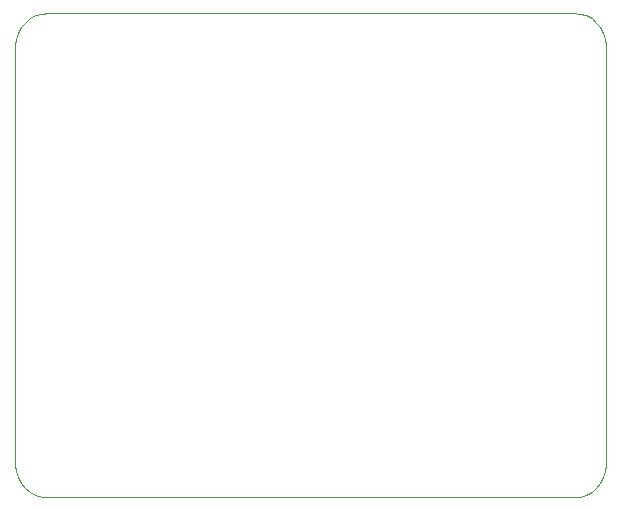
<source format=gko>
G04 Layer_Color=16711935*
%FSLAX43Y43*%
%MOMM*%
G71*
G01*
G75*
%ADD79C,0.100*%
D79*
X49791Y10698D02*
X49947Y11213D01*
X49537Y10222D02*
X49791Y10698D01*
X49195Y9805D02*
X49537Y10222D01*
X48778Y9463D02*
X49195Y9805D01*
X48302Y9209D02*
X48778Y9463D01*
X47786Y9053D02*
X48302Y9209D01*
X47250Y9000D02*
X47786Y9053D01*
X2750Y9000D02*
X47250D01*
X2214Y9053D02*
X2750Y9000D01*
X1698Y9209D02*
X2214Y9053D01*
X1222Y9463D02*
X1698Y9209D01*
X805Y9805D02*
X1222Y9463D01*
X463Y10222D02*
X805Y9805D01*
X209Y10698D02*
X463Y10222D01*
X53Y11213D02*
X209Y10698D01*
X-0Y47250D02*
X53Y47786D01*
X209Y48302D01*
X463Y48778D01*
X805Y49195D01*
X1222Y49537D01*
X1698Y49791D01*
X2214Y49947D01*
X2750Y50000D01*
X47250D01*
X47786Y49947D01*
X48302Y49791D01*
X48778Y49537D01*
X49195Y49195D01*
X49537Y48778D01*
X49791Y48302D01*
X49947Y47786D01*
X50000Y47250D01*
X-0Y11750D02*
X53Y11213D01*
X-0Y11750D02*
Y47250D01*
X49947Y11213D02*
X50000Y11750D01*
Y47250D01*
M02*

</source>
